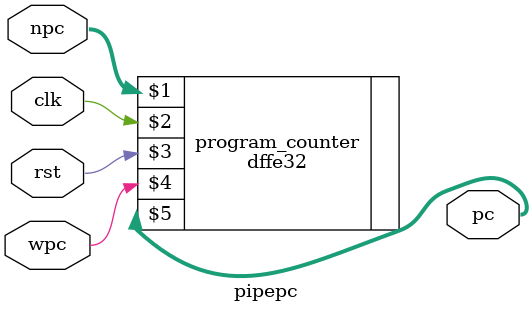
<source format=v>
module pipepc(
    clk,rst,wpc,npc,pc
);
    input clk,rst,wpc;
    input [31:0] npc;
    output [31:0] pc;
    dffe32 program_counter(npc,clk,rst,wpc,pc);

endmodule
</source>
